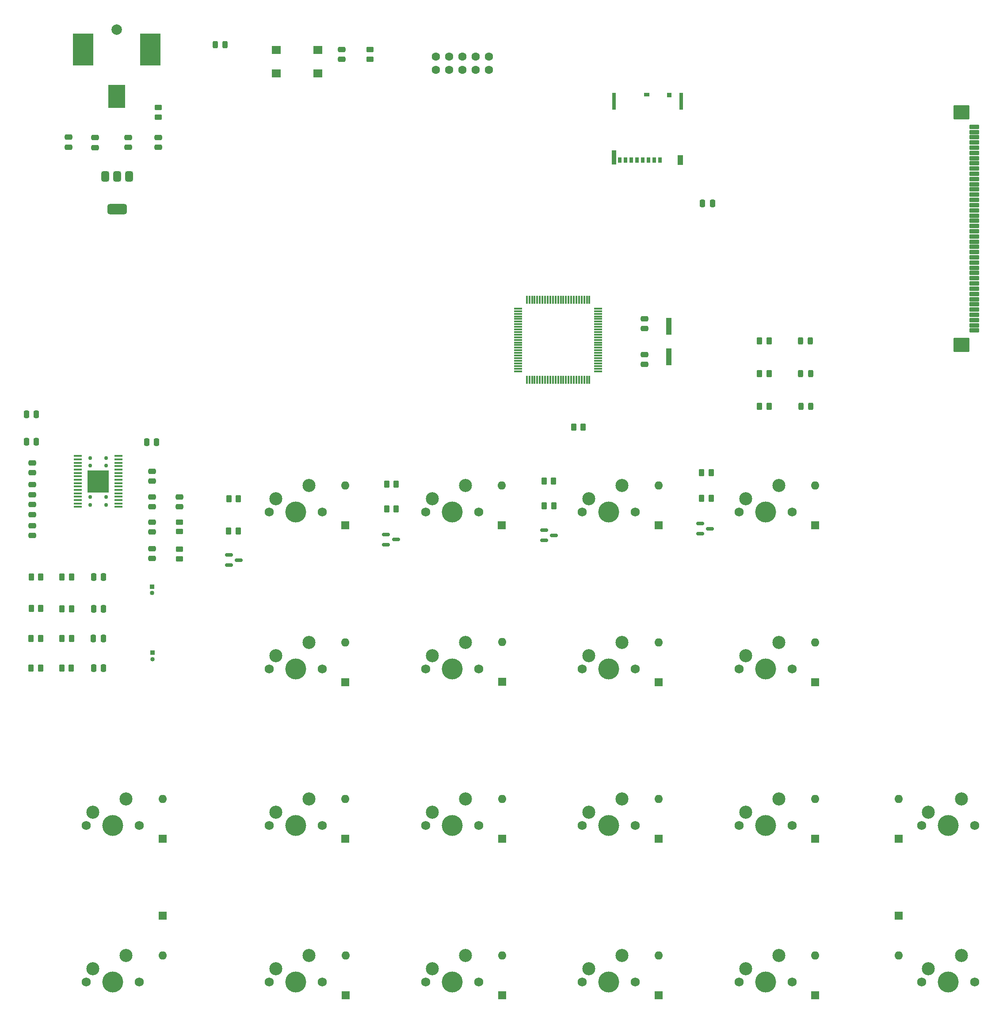
<source format=gts>
G04 #@! TF.GenerationSoftware,KiCad,Pcbnew,8.0.4*
G04 #@! TF.CreationDate,2024-10-24T16:05:29-04:00*
G04 #@! TF.ProjectId,FULL BOARD,46554c4c-2042-44f4-9152-442e6b696361,rev?*
G04 #@! TF.SameCoordinates,Original*
G04 #@! TF.FileFunction,Soldermask,Top*
G04 #@! TF.FilePolarity,Negative*
%FSLAX46Y46*%
G04 Gerber Fmt 4.6, Leading zero omitted, Abs format (unit mm)*
G04 Created by KiCad (PCBNEW 8.0.4) date 2024-10-24 16:05:29*
%MOMM*%
%LPD*%
G01*
G04 APERTURE LIST*
G04 Aperture macros list*
%AMRoundRect*
0 Rectangle with rounded corners*
0 $1 Rounding radius*
0 $2 $3 $4 $5 $6 $7 $8 $9 X,Y pos of 4 corners*
0 Add a 4 corners polygon primitive as box body*
4,1,4,$2,$3,$4,$5,$6,$7,$8,$9,$2,$3,0*
0 Add four circle primitives for the rounded corners*
1,1,$1+$1,$2,$3*
1,1,$1+$1,$4,$5*
1,1,$1+$1,$6,$7*
1,1,$1+$1,$8,$9*
0 Add four rect primitives between the rounded corners*
20,1,$1+$1,$2,$3,$4,$5,0*
20,1,$1+$1,$4,$5,$6,$7,0*
20,1,$1+$1,$6,$7,$8,$9,0*
20,1,$1+$1,$8,$9,$2,$3,0*%
G04 Aperture macros list end*
%ADD10C,0.762000*%
%ADD11R,1.599999X0.449999*%
%ADD12R,4.110000X4.359999*%
%ADD13C,3.556000*%
%ADD14RoundRect,0.250000X-0.262500X-0.450000X0.262500X-0.450000X0.262500X0.450000X-0.262500X0.450000X0*%
%ADD15RoundRect,0.150000X-0.587500X-0.150000X0.587500X-0.150000X0.587500X0.150000X-0.587500X0.150000X0*%
%ADD16RoundRect,0.250000X0.475000X-0.250000X0.475000X0.250000X-0.475000X0.250000X-0.475000X-0.250000X0*%
%ADD17R,1.041400X3.200400*%
%ADD18RoundRect,0.250000X-0.450000X0.262500X-0.450000X-0.262500X0.450000X-0.262500X0.450000X0.262500X0*%
%ADD19C,1.600200*%
%ADD20RoundRect,0.250000X-0.475000X0.250000X-0.475000X-0.250000X0.475000X-0.250000X0.475000X0.250000X0*%
%ADD21C,1.750000*%
%ADD22C,4.000000*%
%ADD23C,2.500000*%
%ADD24RoundRect,0.243750X0.243750X0.456250X-0.243750X0.456250X-0.243750X-0.456250X0.243750X-0.456250X0*%
%ADD25RoundRect,0.243750X-0.243750X-0.456250X0.243750X-0.456250X0.243750X0.456250X-0.243750X0.456250X0*%
%ADD26C,2.006600*%
%ADD27R,3.302000X4.394200*%
%ADD28R,3.911600X6.197600*%
%ADD29RoundRect,0.250000X-0.250000X-0.475000X0.250000X-0.475000X0.250000X0.475000X-0.250000X0.475000X0*%
%ADD30RoundRect,0.250000X0.262500X0.450000X-0.262500X0.450000X-0.262500X-0.450000X0.262500X-0.450000X0*%
%ADD31RoundRect,0.250000X0.450000X-0.262500X0.450000X0.262500X-0.450000X0.262500X-0.450000X-0.262500X0*%
%ADD32RoundRect,0.250000X0.250000X0.475000X-0.250000X0.475000X-0.250000X-0.475000X0.250000X-0.475000X0*%
%ADD33RoundRect,0.075000X0.075000X0.725000X-0.075000X0.725000X-0.075000X-0.725000X0.075000X-0.725000X0*%
%ADD34RoundRect,0.075000X0.725000X0.075000X-0.725000X0.075000X-0.725000X-0.075000X0.725000X-0.075000X0*%
%ADD35R,0.700000X1.100000*%
%ADD36R,0.900000X0.930000*%
%ADD37R,1.050000X0.780000*%
%ADD38R,1.140000X1.830000*%
%ADD39R,0.860000X2.800000*%
%ADD40R,0.700000X3.330000*%
%ADD41RoundRect,0.375000X-0.375000X0.625000X-0.375000X-0.625000X0.375000X-0.625000X0.375000X0.625000X0*%
%ADD42RoundRect,0.500000X-1.400000X0.500000X-1.400000X-0.500000X1.400000X-0.500000X1.400000X0.500000X0*%
%ADD43RoundRect,0.102000X-0.775000X-0.650000X0.775000X-0.650000X0.775000X0.650000X-0.775000X0.650000X0*%
%ADD44RoundRect,0.102000X-0.850000X0.300000X-0.850000X-0.300000X0.850000X-0.300000X0.850000X0.300000X0*%
%ADD45RoundRect,0.102000X-1.400000X1.250000X-1.400000X-1.250000X1.400000X-1.250000X1.400000X1.250000X0*%
%ADD46R,1.600000X1.600000*%
%ADD47O,1.600000X1.600000*%
%ADD48R,0.850000X0.850000*%
%ADD49C,0.850000*%
G04 APERTURE END LIST*
D10*
X87410000Y-130610000D03*
D11*
X89810000Y-138484999D03*
X89810000Y-137834998D03*
X89810000Y-137184999D03*
X89810000Y-136534998D03*
X89810000Y-135884999D03*
X89810000Y-135234998D03*
X89810000Y-134584999D03*
X89810000Y-133934998D03*
X89810000Y-133284999D03*
X89810000Y-132634998D03*
X89810000Y-131984999D03*
X89810000Y-131334998D03*
X89810000Y-130685000D03*
X89810000Y-130034998D03*
X89810000Y-129385000D03*
X89810000Y-128734998D03*
X82010000Y-128734998D03*
X82010000Y-129385000D03*
X82010000Y-130034998D03*
X82010000Y-130685000D03*
X82010000Y-131334998D03*
X82010000Y-131984999D03*
X82010000Y-132634998D03*
X82010000Y-133284999D03*
X82010000Y-133934998D03*
X82010000Y-134584999D03*
X82010000Y-135234998D03*
X82010000Y-135884999D03*
X82010000Y-136534998D03*
X82010000Y-137184999D03*
X82010000Y-137834998D03*
X82010000Y-138484999D03*
D12*
X85910000Y-133610000D03*
D10*
X87410000Y-136610000D03*
X87410000Y-138110000D03*
X87410000Y-129110000D03*
D13*
X85910000Y-133610000D03*
D10*
X84410000Y-136610000D03*
X84410000Y-138110000D03*
X84410000Y-130610000D03*
X84410000Y-129110000D03*
D14*
X203320000Y-136860000D03*
X201495000Y-136860000D03*
X173190000Y-138300000D03*
X171365000Y-138300000D03*
X143000000Y-138840000D03*
X141175000Y-138840000D03*
X110915000Y-143080000D03*
X112740000Y-143080000D03*
D15*
X203120000Y-142650000D03*
X201245000Y-143600000D03*
X201245000Y-141700000D03*
X171315000Y-142970000D03*
X171315000Y-144870000D03*
X173190000Y-143920000D03*
X142950000Y-144750000D03*
X141075000Y-145700000D03*
X141075000Y-143800000D03*
X110987500Y-147710000D03*
X110987500Y-149610000D03*
X112862500Y-148660000D03*
D16*
X96217800Y-143295400D03*
X96217800Y-141395400D03*
D14*
X78980000Y-163690000D03*
X80805000Y-163690000D03*
D17*
X195202200Y-109786400D03*
X195202200Y-103868200D03*
D18*
X101523800Y-146583400D03*
X101523800Y-148408400D03*
D19*
X160760000Y-52260000D03*
X160760000Y-54800000D03*
X158220000Y-52260000D03*
X158220000Y-54800000D03*
X155680000Y-52260000D03*
X155680000Y-54800000D03*
X153140000Y-52260000D03*
X153140000Y-54800000D03*
X150600000Y-52260000D03*
X150600000Y-54800000D03*
D20*
X101473000Y-136555600D03*
X101473000Y-138455600D03*
X80243800Y-67696200D03*
X80243800Y-69596200D03*
D21*
X243674000Y-229491400D03*
D22*
X248754000Y-229491400D03*
D21*
X253834000Y-229491400D03*
D23*
X244944000Y-226951400D03*
X251294000Y-224411400D03*
D21*
X148674000Y-229491400D03*
D22*
X153754000Y-229491400D03*
D21*
X158834000Y-229491400D03*
D23*
X149944000Y-226951400D03*
X156294000Y-224411400D03*
D24*
X222352500Y-106695000D03*
X220477500Y-106695000D03*
D21*
X118674000Y-229491400D03*
D22*
X123754000Y-229491400D03*
D21*
X128834000Y-229491400D03*
D23*
X119944000Y-226951400D03*
X126294000Y-224411400D03*
D16*
X96228200Y-148389000D03*
X96228200Y-146489000D03*
D20*
X73320000Y-138050000D03*
X73320000Y-139950000D03*
D21*
X178674000Y-199491400D03*
D22*
X183754000Y-199491400D03*
D21*
X188834000Y-199491400D03*
D23*
X179944000Y-196951400D03*
X186294000Y-194411400D03*
D25*
X108363900Y-49961800D03*
X110238900Y-49961800D03*
D21*
X83674000Y-199491400D03*
D22*
X88754000Y-199491400D03*
D21*
X93834000Y-199491400D03*
D23*
X84944000Y-196951400D03*
X91294000Y-194411400D03*
D26*
X89500000Y-47100000D03*
D27*
X89500000Y-59847110D03*
D28*
X95955800Y-50903400D03*
X83044200Y-50903400D03*
D16*
X97465000Y-69641800D03*
X97465000Y-67741800D03*
D29*
X85030000Y-163690000D03*
X86930000Y-163690000D03*
D21*
X208674000Y-199491400D03*
D22*
X213754000Y-199491400D03*
D21*
X218834000Y-199491400D03*
D23*
X209944000Y-196951400D03*
X216294000Y-194411400D03*
D16*
X190530000Y-104330000D03*
X190530000Y-102430000D03*
X96240600Y-133553200D03*
X96240600Y-131653200D03*
D14*
X212600000Y-119225000D03*
X214425000Y-119225000D03*
D16*
X96240600Y-138450400D03*
X96240600Y-136550400D03*
D30*
X112799000Y-136954000D03*
X110974000Y-136954000D03*
D21*
X118674000Y-169491400D03*
D22*
X123754000Y-169491400D03*
D21*
X128834000Y-169491400D03*
D23*
X119944000Y-166951400D03*
X126294000Y-164411400D03*
D21*
X118674000Y-199491400D03*
D22*
X123754000Y-199491400D03*
D21*
X128834000Y-199491400D03*
D23*
X119944000Y-196951400D03*
X126294000Y-194411400D03*
D24*
X222372500Y-112955000D03*
X220497500Y-112955000D03*
D31*
X138023600Y-52752000D03*
X138023600Y-50927000D03*
D14*
X73107500Y-157950000D03*
X74932500Y-157950000D03*
D21*
X148674000Y-139491400D03*
D22*
X153754000Y-139491400D03*
D21*
X158834000Y-139491400D03*
D23*
X149944000Y-136951400D03*
X156294000Y-134411400D03*
D21*
X148674000Y-169491400D03*
D22*
X153754000Y-169491400D03*
D21*
X158834000Y-169491400D03*
D23*
X149944000Y-166951400D03*
X156294000Y-164411400D03*
D14*
X212612500Y-112965000D03*
X214437500Y-112965000D03*
X212612500Y-106715000D03*
X214437500Y-106715000D03*
D16*
X73320000Y-136130000D03*
X73320000Y-134230000D03*
D21*
X208674000Y-229491400D03*
D22*
X213754000Y-229491400D03*
D21*
X218834000Y-229491400D03*
D23*
X209944000Y-226951400D03*
X216294000Y-224411400D03*
D18*
X101498400Y-141405600D03*
X101498400Y-143230600D03*
D30*
X173160000Y-133580000D03*
X171335000Y-133580000D03*
D20*
X73320000Y-130030000D03*
X73320000Y-131930000D03*
D21*
X208674000Y-139491400D03*
D22*
X213754000Y-139491400D03*
D21*
X218834000Y-139491400D03*
D23*
X209944000Y-136951400D03*
X216294000Y-134411400D03*
D21*
X118674000Y-139491400D03*
D22*
X123754000Y-139491400D03*
D21*
X128834000Y-139491400D03*
D23*
X119944000Y-136951400D03*
X126294000Y-134411400D03*
D14*
X73095000Y-163690000D03*
X74920000Y-163690000D03*
D32*
X86980000Y-151900000D03*
X85080000Y-151900000D03*
D33*
X180027000Y-114176000D03*
X179527000Y-114176000D03*
X179027000Y-114176000D03*
X178527000Y-114176000D03*
X178027000Y-114176000D03*
X177527000Y-114176000D03*
X177027000Y-114176000D03*
X176527000Y-114176000D03*
X176027000Y-114176000D03*
X175527000Y-114176000D03*
X175027000Y-114176000D03*
X174527000Y-114176000D03*
X174027000Y-114176000D03*
X173527000Y-114176000D03*
X173027000Y-114176000D03*
X172527000Y-114176000D03*
X172027000Y-114176000D03*
X171527000Y-114176000D03*
X171027000Y-114176000D03*
X170527000Y-114176000D03*
X170027000Y-114176000D03*
X169527000Y-114176000D03*
X169027000Y-114176000D03*
X168527000Y-114176000D03*
X168027000Y-114176000D03*
D34*
X166352000Y-112501000D03*
X166352000Y-112001000D03*
X166352000Y-111501000D03*
X166352000Y-111001000D03*
X166352000Y-110501000D03*
X166352000Y-110001000D03*
X166352000Y-109501000D03*
X166352000Y-109001000D03*
X166352000Y-108501000D03*
X166352000Y-108001000D03*
X166352000Y-107501000D03*
X166352000Y-107001000D03*
X166352000Y-106501000D03*
X166352000Y-106001000D03*
X166352000Y-105501000D03*
X166352000Y-105001000D03*
X166352000Y-104501000D03*
X166352000Y-104001000D03*
X166352000Y-103501000D03*
X166352000Y-103001000D03*
X166352000Y-102501000D03*
X166352000Y-102001000D03*
X166352000Y-101501000D03*
X166352000Y-101001000D03*
X166352000Y-100501000D03*
D33*
X168027000Y-98826000D03*
X168527000Y-98826000D03*
X169027000Y-98826000D03*
X169527000Y-98826000D03*
X170027000Y-98826000D03*
X170527000Y-98826000D03*
X171027000Y-98826000D03*
X171527000Y-98826000D03*
X172027000Y-98826000D03*
X172527000Y-98826000D03*
X173027000Y-98826000D03*
X173527000Y-98826000D03*
X174027000Y-98826000D03*
X174527000Y-98826000D03*
X175027000Y-98826000D03*
X175527000Y-98826000D03*
X176027000Y-98826000D03*
X176527000Y-98826000D03*
X177027000Y-98826000D03*
X177527000Y-98826000D03*
X178027000Y-98826000D03*
X178527000Y-98826000D03*
X179027000Y-98826000D03*
X179527000Y-98826000D03*
X180027000Y-98826000D03*
D34*
X181702000Y-100501000D03*
X181702000Y-101001000D03*
X181702000Y-101501000D03*
X181702000Y-102001000D03*
X181702000Y-102501000D03*
X181702000Y-103001000D03*
X181702000Y-103501000D03*
X181702000Y-104001000D03*
X181702000Y-104501000D03*
X181702000Y-105001000D03*
X181702000Y-105501000D03*
X181702000Y-106001000D03*
X181702000Y-106501000D03*
X181702000Y-107001000D03*
X181702000Y-107501000D03*
X181702000Y-108001000D03*
X181702000Y-108501000D03*
X181702000Y-109001000D03*
X181702000Y-109501000D03*
X181702000Y-110001000D03*
X181702000Y-110501000D03*
X181702000Y-111001000D03*
X181702000Y-111501000D03*
X181702000Y-112001000D03*
X181702000Y-112501000D03*
D14*
X73130000Y-151890000D03*
X74955000Y-151890000D03*
D32*
X86935000Y-169390000D03*
X85035000Y-169390000D03*
D14*
X73090000Y-169390000D03*
X74915000Y-169390000D03*
D35*
X193510000Y-72070000D03*
X192410000Y-72070000D03*
X191310000Y-72070000D03*
X190210000Y-72070000D03*
X189110000Y-72070000D03*
X188010000Y-72070000D03*
X186910000Y-72070000D03*
X185810000Y-72070000D03*
D36*
X195300000Y-59605000D03*
D37*
X191035000Y-59530000D03*
D38*
X197390000Y-72055000D03*
D39*
X184730000Y-71570000D03*
D40*
X197610000Y-60805000D03*
X184730000Y-60805000D03*
D41*
X91891000Y-75188800D03*
X89591000Y-75188800D03*
D42*
X89591000Y-81488800D03*
D41*
X87291000Y-75188800D03*
D43*
X120013400Y-50988600D03*
X127963400Y-50988600D03*
X120013400Y-55488600D03*
X127963400Y-55488600D03*
D29*
X85050000Y-158000000D03*
X86950000Y-158000000D03*
D21*
X83674000Y-229491400D03*
D22*
X88754000Y-229491400D03*
D21*
X93834000Y-229491400D03*
D23*
X84944000Y-226951400D03*
X91294000Y-224411400D03*
D20*
X132537200Y-50901600D03*
X132537200Y-52801600D03*
D21*
X148674000Y-199491400D03*
D22*
X153754000Y-199491400D03*
D21*
X158834000Y-199491400D03*
D23*
X149944000Y-196951400D03*
X156294000Y-194411400D03*
D16*
X91699200Y-69616400D03*
X91699200Y-67716400D03*
D14*
X78975000Y-169390000D03*
X80800000Y-169390000D03*
D21*
X243674000Y-199491400D03*
D22*
X248754000Y-199491400D03*
D21*
X253834000Y-199491400D03*
D23*
X244944000Y-196951400D03*
X251294000Y-194411400D03*
D30*
X143000000Y-134170000D03*
X141175000Y-134170000D03*
D20*
X190580000Y-109310000D03*
X190580000Y-111210000D03*
X85349200Y-67759600D03*
X85349200Y-69659600D03*
D32*
X97127400Y-126054800D03*
X95227400Y-126054800D03*
D44*
X253690000Y-104700000D03*
X253690000Y-103700000D03*
X253690000Y-102700000D03*
X253690000Y-101700000D03*
X253690000Y-100700000D03*
X253690000Y-99700000D03*
X253690000Y-98700000D03*
X253690000Y-97700000D03*
X253690000Y-96700000D03*
X253690000Y-95700000D03*
X253690000Y-94700000D03*
X253690000Y-93700000D03*
X253690000Y-92700000D03*
X253690000Y-91700000D03*
X253690000Y-90700000D03*
X253690000Y-89700000D03*
X253690000Y-88700000D03*
X253690000Y-87700000D03*
X253690000Y-86700000D03*
X253690000Y-85700000D03*
X253690000Y-84700000D03*
X253690000Y-83700000D03*
X253690000Y-82700000D03*
X253690000Y-81700000D03*
X253690000Y-80700000D03*
X253690000Y-79700000D03*
X253690000Y-78700000D03*
X253690000Y-77700000D03*
X253690000Y-76700000D03*
X253690000Y-75700000D03*
X253690000Y-74700000D03*
X253690000Y-73700000D03*
X253690000Y-72700000D03*
X253690000Y-71700000D03*
X253690000Y-70700000D03*
X253690000Y-69700000D03*
X253690000Y-68700000D03*
X253690000Y-67700000D03*
X253690000Y-66700000D03*
X253690000Y-65700000D03*
D45*
X251240000Y-107450000D03*
X251240000Y-62950000D03*
D29*
X72210000Y-126040000D03*
X74110000Y-126040000D03*
D21*
X208674000Y-169491400D03*
D22*
X213754000Y-169491400D03*
D21*
X218834000Y-169491400D03*
D23*
X209944000Y-166951400D03*
X216294000Y-164411400D03*
D21*
X178674000Y-169491400D03*
D22*
X183754000Y-169491400D03*
D21*
X188834000Y-169491400D03*
D23*
X179944000Y-166951400D03*
X186294000Y-164411400D03*
D29*
X201700000Y-80375000D03*
X203600000Y-80375000D03*
D24*
X222387500Y-119235000D03*
X220512500Y-119235000D03*
D21*
X178674000Y-229491400D03*
D22*
X183754000Y-229491400D03*
D21*
X188834000Y-229491400D03*
D23*
X179944000Y-226951400D03*
X186294000Y-224411400D03*
D18*
X97458500Y-62036300D03*
X97458500Y-63861300D03*
D21*
X178674000Y-139491400D03*
D22*
X183754000Y-139491400D03*
D21*
X188834000Y-139491400D03*
D23*
X179944000Y-136951400D03*
X186294000Y-134411400D03*
D29*
X72202600Y-120782200D03*
X74102600Y-120782200D03*
D30*
X203320000Y-131970000D03*
X201495000Y-131970000D03*
D14*
X78987500Y-157990000D03*
X80812500Y-157990000D03*
X79015000Y-151900000D03*
X80840000Y-151900000D03*
X177014500Y-123240800D03*
X178839500Y-123240800D03*
D16*
X73320000Y-143950000D03*
X73320000Y-142050000D03*
D46*
X98268000Y-216799400D03*
D47*
X98268000Y-224419400D03*
D46*
X98258000Y-202029400D03*
D47*
X98258000Y-194409400D03*
D46*
X163279000Y-172014000D03*
D47*
X163279000Y-164394000D03*
D48*
X96290000Y-153745001D03*
D49*
X96290000Y-154995001D03*
D46*
X133278000Y-172029400D03*
D47*
X133278000Y-164409400D03*
D46*
X193278000Y-142039400D03*
D47*
X193278000Y-134419400D03*
D46*
X239258000Y-216789400D03*
D47*
X239258000Y-224409400D03*
D46*
X223288000Y-202019400D03*
D47*
X223288000Y-194399400D03*
D46*
X223278000Y-172019400D03*
D47*
X223278000Y-164399400D03*
D46*
X133268000Y-142029400D03*
D47*
X133268000Y-134409400D03*
D46*
X133298000Y-232039400D03*
D47*
X133298000Y-224419400D03*
D46*
X163268000Y-232029400D03*
D47*
X163268000Y-224409400D03*
D46*
X133278000Y-202039400D03*
D47*
X133278000Y-194419400D03*
D46*
X193288000Y-202019400D03*
D47*
X193288000Y-194399400D03*
D48*
X96310000Y-166410000D03*
D49*
X96310000Y-167660000D03*
D46*
X223278000Y-142029400D03*
D47*
X223278000Y-134409400D03*
D46*
X193278000Y-172019400D03*
D47*
X193278000Y-164399400D03*
D46*
X163258000Y-142039400D03*
D47*
X163258000Y-134419400D03*
D46*
X193278000Y-232029400D03*
D47*
X193278000Y-224409400D03*
D46*
X163298000Y-202029400D03*
D47*
X163298000Y-194409400D03*
D46*
X239228000Y-202029400D03*
D47*
X239228000Y-194409400D03*
D46*
X223258000Y-232019400D03*
D47*
X223258000Y-224399400D03*
M02*

</source>
